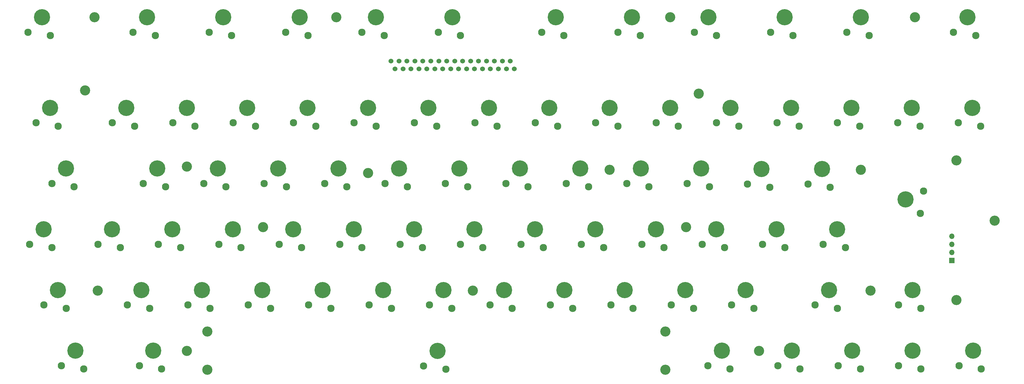
<source format=gbr>
%TF.GenerationSoftware,KiCad,Pcbnew,8.0.1*%
%TF.CreationDate,2024-06-22T21:57:48+10:00*%
%TF.ProjectId,A600KBv2,41363030-4b42-4763-922e-6b696361645f,rev?*%
%TF.SameCoordinates,Original*%
%TF.FileFunction,Soldermask,Bot*%
%TF.FilePolarity,Negative*%
%FSLAX46Y46*%
G04 Gerber Fmt 4.6, Leading zero omitted, Abs format (unit mm)*
G04 Created by KiCad (PCBNEW 8.0.1) date 2024-06-22 21:57:48*
%MOMM*%
%LPD*%
G01*
G04 APERTURE LIST*
%ADD10C,5.100000*%
%ADD11C,2.300000*%
%ADD12C,3.200000*%
%ADD13R,1.700000X1.700000*%
%ADD14O,1.700000X1.700000*%
%ADD15C,1.524000*%
G04 APERTURE END LIST*
D10*
%TO.C,MX36*%
X87500000Y-154900000D03*
D11*
X83100000Y-159600000D03*
X90100000Y-160650000D03*
%TD*%
D12*
%TO.C,REF\u002A\u002A*%
X352000000Y-114000000D03*
%TD*%
D10*
%TO.C,MX78*%
X326250000Y-154900000D03*
D11*
X321850000Y-159600000D03*
X328850000Y-160650000D03*
%TD*%
D10*
%TO.C,MX60*%
X262000000Y-50000000D03*
D11*
X257600000Y-54700000D03*
X264600000Y-55750000D03*
%TD*%
D12*
%TO.C,REF\u002A\u002A*%
X98000000Y-155000000D03*
%TD*%
%TO.C,REF\u002A\u002A*%
X231000000Y-98000000D03*
%TD*%
D10*
%TO.C,MX61*%
X269000000Y-78500000D03*
D11*
X264600000Y-83200000D03*
X271600000Y-84250000D03*
%TD*%
D10*
%TO.C,MX41*%
X197750000Y-135800000D03*
D11*
X193350000Y-140500000D03*
X200350000Y-141550000D03*
%TD*%
D10*
%TO.C,MX29*%
X159750000Y-135800000D03*
D11*
X155350000Y-140500000D03*
X162350000Y-141550000D03*
%TD*%
D10*
%TO.C,MX66*%
X297750000Y-97746569D03*
D11*
X293350000Y-102446569D03*
X300350000Y-103496569D03*
%TD*%
D10*
%TO.C,MX58*%
X264500000Y-116700000D03*
D11*
X260100000Y-121400000D03*
X267100000Y-122450000D03*
%TD*%
D10*
%TO.C,MX3*%
X55000000Y-78500000D03*
D11*
X50600000Y-83200000D03*
X57600000Y-84250000D03*
%TD*%
D12*
%TO.C,REF\u002A\u002A*%
X188000000Y-136000000D03*
%TD*%
D10*
%TO.C,MX76*%
X307250000Y-154900000D03*
D11*
X302850000Y-159600000D03*
X309850000Y-160650000D03*
%TD*%
D10*
%TO.C,MX16*%
X112500000Y-116700000D03*
D11*
X108100000Y-121400000D03*
X115100000Y-122450000D03*
%TD*%
D10*
%TO.C,MX23*%
X140750000Y-135800000D03*
D11*
X136350000Y-140500000D03*
X143350000Y-141550000D03*
%TD*%
D10*
%TO.C,MX12*%
X266250000Y-154900000D03*
D11*
X261850000Y-159600000D03*
X268850000Y-160650000D03*
%TD*%
D10*
%TO.C,MX26*%
X136000000Y-78500000D03*
D11*
X131600000Y-83200000D03*
X138600000Y-84250000D03*
%TD*%
D12*
%TO.C,REF\u002A\u002A*%
X69000000Y-50000000D03*
%TD*%
D10*
%TO.C,MX70*%
X307000000Y-78500000D03*
D11*
X302600000Y-83200000D03*
X309600000Y-84250000D03*
%TD*%
D10*
%TO.C,MX4*%
X60000000Y-97600000D03*
D11*
X55600000Y-102300000D03*
X62600000Y-103350000D03*
%TD*%
D10*
%TO.C,MX59*%
X273750000Y-135800000D03*
D11*
X269350000Y-140500000D03*
X276350000Y-141550000D03*
%TD*%
D10*
%TO.C,MX57*%
X259750000Y-97600000D03*
D11*
X255350000Y-102300000D03*
X262350000Y-103350000D03*
%TD*%
D10*
%TO.C,MX46*%
X214000000Y-50000000D03*
D11*
X209600000Y-54700000D03*
X216600000Y-55750000D03*
%TD*%
D10*
%TO.C,MX53*%
X245500000Y-116700000D03*
D11*
X241100000Y-121400000D03*
X248100000Y-122450000D03*
%TD*%
D10*
%TO.C,MX72*%
X345000000Y-78500000D03*
D11*
X340600000Y-83200000D03*
X347600000Y-84250000D03*
%TD*%
D10*
%TO.C,MX44*%
X207500000Y-116700000D03*
D11*
X203100000Y-121400000D03*
X210100000Y-122450000D03*
%TD*%
D12*
%TO.C,REF\u002A\u002A*%
X310000000Y-98000000D03*
%TD*%
%TO.C,REF\u002A\u002A*%
X66000000Y-73000000D03*
%TD*%
%TO.C,REF\u002A\u002A*%
X340000000Y-95000000D03*
%TD*%
%TO.C,REF\u002A\u002A*%
X259000000Y-74000000D03*
%TD*%
D10*
%TO.C,MX73*%
X326000000Y-78500000D03*
D11*
X321600000Y-83200000D03*
X328600000Y-84250000D03*
%TD*%
D10*
%TO.C,MX33*%
X164750000Y-97600000D03*
D11*
X160350000Y-102300000D03*
X167350000Y-103350000D03*
%TD*%
D10*
%TO.C,MX27*%
X145750000Y-97600000D03*
D11*
X141350000Y-102300000D03*
X148350000Y-103350000D03*
%TD*%
D12*
%TO.C,REF\u002A\u002A*%
X70000000Y-136000000D03*
%TD*%
D13*
%TO.C,J2*%
X338606726Y-126508933D03*
D14*
X338606726Y-123968933D03*
X338606726Y-121428933D03*
X338606726Y-118888933D03*
%TD*%
D12*
%TO.C,MX68*%
X104500000Y-148900000D03*
X104500000Y-160900000D03*
D10*
X176851750Y-154975000D03*
D12*
X248500000Y-148900000D03*
X248500000Y-160900000D03*
D11*
X172451750Y-159675000D03*
X179451750Y-160725000D03*
%TD*%
D12*
%TO.C,REF\u002A\u002A*%
X340000000Y-139000000D03*
%TD*%
D10*
%TO.C,MX71*%
X323975000Y-107275000D03*
D11*
X328675000Y-111675000D03*
X329725000Y-104675000D03*
%TD*%
D10*
%TO.C,MX37*%
X181500000Y-50000000D03*
D11*
X177100000Y-54700000D03*
X184100000Y-55750000D03*
%TD*%
D10*
%TO.C,MX5*%
X74500000Y-116700000D03*
D11*
X70100000Y-121400000D03*
X77100000Y-122450000D03*
%TD*%
D12*
%TO.C,REF\u002A\u002A*%
X122000000Y-116000000D03*
%TD*%
D10*
%TO.C,MX7*%
X288250000Y-154900000D03*
D11*
X283850000Y-159600000D03*
X290850000Y-160650000D03*
%TD*%
D10*
%TO.C,MX18*%
X53000000Y-116700000D03*
D11*
X48600000Y-121400000D03*
X55600000Y-122450000D03*
%TD*%
D10*
%TO.C,MX52*%
X240750000Y-97600000D03*
D11*
X236350000Y-102300000D03*
X243350000Y-103350000D03*
%TD*%
D10*
%TO.C,MX30*%
X63000000Y-154900000D03*
D11*
X58600000Y-159600000D03*
X65600000Y-160650000D03*
%TD*%
D10*
%TO.C,MX1*%
X300000000Y-135800000D03*
D11*
X295600000Y-140500000D03*
X302600000Y-141550000D03*
%TD*%
D10*
%TO.C,MX15*%
X107750000Y-97600000D03*
D11*
X103350000Y-102300000D03*
X110350000Y-103350000D03*
%TD*%
D10*
%TO.C,MX50*%
X235750000Y-135800000D03*
D11*
X231350000Y-140500000D03*
X238350000Y-141550000D03*
%TD*%
D10*
%TO.C,MX24*%
X57500000Y-135800000D03*
D11*
X53100000Y-140500000D03*
X60100000Y-141550000D03*
%TD*%
D10*
%TO.C,MX42*%
X193000000Y-78500000D03*
D11*
X188600000Y-83200000D03*
X195600000Y-84250000D03*
%TD*%
D10*
%TO.C,MX25*%
X133500000Y-50000000D03*
D11*
X129100000Y-54700000D03*
X136100000Y-55750000D03*
%TD*%
D10*
%TO.C,MX48*%
X221750000Y-97600000D03*
D11*
X217350000Y-102300000D03*
X224350000Y-103350000D03*
%TD*%
D12*
%TO.C,REF\u002A\u002A*%
X327000000Y-50000000D03*
%TD*%
D10*
%TO.C,MX31*%
X157500000Y-50000000D03*
D11*
X153100000Y-54700000D03*
X160100000Y-55750000D03*
%TD*%
D10*
%TO.C,MX56*%
X250000000Y-78500000D03*
D11*
X245600000Y-83200000D03*
X252600000Y-84250000D03*
%TD*%
D10*
%TO.C,MX69*%
X310000000Y-50000000D03*
D11*
X305600000Y-54700000D03*
X312600000Y-55750000D03*
%TD*%
D10*
%TO.C,MX9*%
X88750000Y-97600000D03*
D11*
X84350000Y-102300000D03*
X91350000Y-103350000D03*
%TD*%
D10*
%TO.C,MX43*%
X202750000Y-97600000D03*
D11*
X198350000Y-102300000D03*
X205350000Y-103350000D03*
%TD*%
D10*
%TO.C,MX49*%
X226500000Y-116700000D03*
D11*
X222100000Y-121400000D03*
X229100000Y-122450000D03*
%TD*%
D10*
%TO.C,MX65*%
X288000000Y-78500000D03*
D11*
X283600000Y-83200000D03*
X290600000Y-84250000D03*
%TD*%
D10*
%TO.C,MX34*%
X169500000Y-116700000D03*
D11*
X165100000Y-121400000D03*
X172100000Y-122450000D03*
%TD*%
D10*
%TO.C,MX38*%
X174000000Y-78500000D03*
D11*
X169600000Y-83200000D03*
X176600000Y-84250000D03*
%TD*%
D10*
%TO.C,MX40*%
X188500000Y-116700000D03*
D11*
X184100000Y-121400000D03*
X191100000Y-122450000D03*
%TD*%
D10*
%TO.C,MX21*%
X126750000Y-97600000D03*
D11*
X122350000Y-102300000D03*
X129350000Y-103350000D03*
%TD*%
D10*
%TO.C,MX62*%
X278750000Y-97750000D03*
D11*
X274350000Y-102450000D03*
X281350000Y-103500000D03*
%TD*%
D10*
%TO.C,MX63*%
X283500000Y-116700000D03*
D11*
X279100000Y-121400000D03*
X286100000Y-122450000D03*
%TD*%
D10*
%TO.C,MX13*%
X85500000Y-50000000D03*
D11*
X81100000Y-54700000D03*
X88100000Y-55750000D03*
%TD*%
D10*
%TO.C,MX10*%
X93500000Y-116700000D03*
D11*
X89100000Y-121400000D03*
X96100000Y-122450000D03*
%TD*%
D10*
%TO.C,MX55*%
X238000000Y-50000000D03*
D11*
X233600000Y-54700000D03*
X240600000Y-55750000D03*
%TD*%
D10*
%TO.C,MX14*%
X98000000Y-78500000D03*
D11*
X93600000Y-83200000D03*
X100600000Y-84250000D03*
%TD*%
D10*
%TO.C,MX32*%
X155000000Y-78500000D03*
D11*
X150600000Y-83200000D03*
X157600000Y-84250000D03*
%TD*%
D10*
%TO.C,MX20*%
X117000000Y-78500000D03*
D11*
X112600000Y-83200000D03*
X119600000Y-84250000D03*
%TD*%
D12*
%TO.C,REF\u002A\u002A*%
X145000000Y-50000000D03*
%TD*%
D10*
%TO.C,MX8*%
X79000000Y-78500000D03*
D11*
X74600000Y-83200000D03*
X81600000Y-84250000D03*
%TD*%
D10*
%TO.C,MX67*%
X302500000Y-116700000D03*
D11*
X298100000Y-121400000D03*
X305100000Y-122450000D03*
%TD*%
D10*
%TO.C,MX2*%
X52500000Y-50000000D03*
D11*
X48100000Y-54700000D03*
X55100000Y-55750000D03*
%TD*%
D10*
%TO.C,MX19*%
X109500000Y-50000000D03*
D11*
X105100000Y-54700000D03*
X112100000Y-55750000D03*
%TD*%
D10*
%TO.C,MX75*%
X326250000Y-135800000D03*
D11*
X321850000Y-140500000D03*
X328850000Y-141550000D03*
%TD*%
D12*
%TO.C,REF\u002A\u002A*%
X278000000Y-155000000D03*
%TD*%
D10*
%TO.C,MX74*%
X343500000Y-50000000D03*
D11*
X339100000Y-54700000D03*
X346100000Y-55750000D03*
%TD*%
D10*
%TO.C,MX47*%
X212000000Y-78500000D03*
D11*
X207600000Y-83200000D03*
X214600000Y-84250000D03*
%TD*%
D10*
%TO.C,MX22*%
X131500000Y-116700000D03*
D11*
X127100000Y-121400000D03*
X134100000Y-122450000D03*
%TD*%
D12*
%TO.C,REF\u002A\u002A*%
X155000000Y-99000000D03*
%TD*%
D10*
%TO.C,MX77*%
X345250000Y-154900000D03*
D11*
X340850000Y-159600000D03*
X347850000Y-160650000D03*
%TD*%
D12*
%TO.C,REF\u002A\u002A*%
X313000000Y-136000000D03*
%TD*%
%TO.C,REF\u002A\u002A*%
X255000000Y-116000000D03*
%TD*%
D10*
%TO.C,MX45*%
X216750000Y-135800000D03*
D11*
X212350000Y-140500000D03*
X219350000Y-141550000D03*
%TD*%
D10*
%TO.C,MX28*%
X150500000Y-116700000D03*
D11*
X146100000Y-121400000D03*
X153100000Y-122450000D03*
%TD*%
D12*
%TO.C,REF\u002A\u002A*%
X98000000Y-97000000D03*
%TD*%
D10*
%TO.C,MX64*%
X286000000Y-50000000D03*
D11*
X281600000Y-54700000D03*
X288600000Y-55750000D03*
%TD*%
D10*
%TO.C,MX6*%
X83750000Y-135800000D03*
D11*
X79350000Y-140500000D03*
X86350000Y-141550000D03*
%TD*%
D10*
%TO.C,MX39*%
X183750000Y-97600000D03*
D11*
X179350000Y-102300000D03*
X186350000Y-103350000D03*
%TD*%
D10*
%TO.C,MX11*%
X102750000Y-135800000D03*
D11*
X98350000Y-140500000D03*
X105350000Y-141550000D03*
%TD*%
D10*
%TO.C,MX54*%
X254750000Y-135800000D03*
D11*
X250350000Y-140500000D03*
X257350000Y-141550000D03*
%TD*%
D10*
%TO.C,MX17*%
X121750000Y-135800000D03*
D11*
X117350000Y-140500000D03*
X124350000Y-141550000D03*
%TD*%
D12*
%TO.C,REF\u002A\u002A*%
X250000000Y-50000000D03*
%TD*%
D10*
%TO.C,MX35*%
X178750000Y-135800000D03*
D11*
X174350000Y-140500000D03*
X181350000Y-141550000D03*
%TD*%
D10*
%TO.C,MX51*%
X231000000Y-78500000D03*
D11*
X226600000Y-83200000D03*
X233600000Y-84250000D03*
%TD*%
D15*
%TO.C,J1*%
X162250000Y-63750000D03*
X163500000Y-66250000D03*
X164750000Y-63750000D03*
X166000000Y-66250000D03*
X167250000Y-63750000D03*
X168500000Y-66250000D03*
X169750000Y-63750000D03*
X171000000Y-66250000D03*
X172250000Y-63750000D03*
X173500000Y-66250000D03*
X174750000Y-63750000D03*
X176000000Y-66250000D03*
X177250000Y-63750000D03*
X178500000Y-66250000D03*
X179750000Y-63750000D03*
X181000000Y-66250000D03*
X182250000Y-63750000D03*
X183500000Y-66250000D03*
X184750000Y-63750000D03*
X186000000Y-66250000D03*
X187250000Y-63750000D03*
X188500000Y-66250000D03*
X189750000Y-63750000D03*
X191000000Y-66250000D03*
X192250000Y-63750000D03*
X193500000Y-66250000D03*
X194750000Y-63750000D03*
X196000000Y-66250000D03*
X197250000Y-63750000D03*
X198500000Y-66250000D03*
X199750000Y-63750000D03*
X201000000Y-66250000D03*
%TD*%
M02*

</source>
